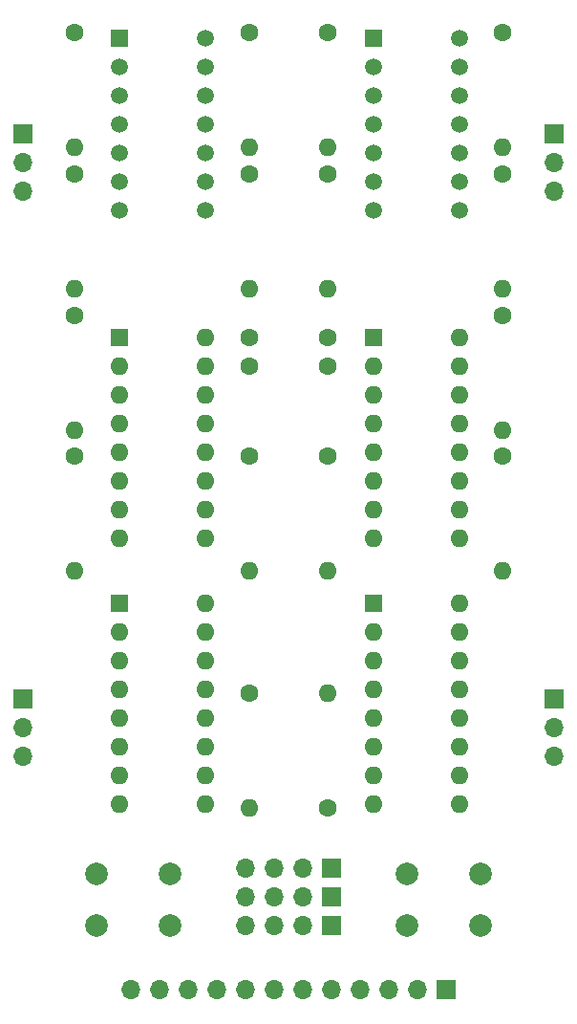
<source format=gts>
G04 #@! TF.GenerationSoftware,KiCad,Pcbnew,6.0.1-79c1e3a40b~116~ubuntu21.04.1*
G04 #@! TF.CreationDate,2022-02-15T17:04:32-05:00*
G04 #@! TF.ProjectId,display_module,64697370-6c61-4795-9f6d-6f64756c652e,rev?*
G04 #@! TF.SameCoordinates,Original*
G04 #@! TF.FileFunction,Soldermask,Top*
G04 #@! TF.FilePolarity,Negative*
%FSLAX46Y46*%
G04 Gerber Fmt 4.6, Leading zero omitted, Abs format (unit mm)*
G04 Created by KiCad (PCBNEW 6.0.1-79c1e3a40b~116~ubuntu21.04.1) date 2022-02-15 17:04:32*
%MOMM*%
%LPD*%
G01*
G04 APERTURE LIST*
%ADD10R,1.700000X1.700000*%
%ADD11O,1.700000X1.700000*%
%ADD12R,1.500000X1.500000*%
%ADD13C,1.500000*%
%ADD14R,1.600000X1.600000*%
%ADD15O,1.600000X1.600000*%
%ADD16C,1.600000*%
%ADD17C,2.000000*%
G04 APERTURE END LIST*
D10*
X119500000Y-56960000D03*
D11*
X119500000Y-59500000D03*
X119500000Y-62040000D03*
D10*
X72500000Y-56960000D03*
D11*
X72500000Y-59500000D03*
X72500000Y-62040000D03*
D10*
X119500000Y-106960000D03*
D11*
X119500000Y-109500000D03*
X119500000Y-112040000D03*
D10*
X109998000Y-132750000D03*
D11*
X107458000Y-132750000D03*
X104918000Y-132750000D03*
X102378000Y-132750000D03*
X99838000Y-132750000D03*
X97298000Y-132750000D03*
X94758000Y-132750000D03*
X92218000Y-132750000D03*
X89678000Y-132750000D03*
X87138000Y-132750000D03*
X84598000Y-132750000D03*
X82058000Y-132750000D03*
D12*
X103500000Y-48500000D03*
D13*
X103500000Y-51040000D03*
X103500000Y-53580000D03*
X103500000Y-56120000D03*
X103500000Y-58660000D03*
X103500000Y-61200000D03*
X103500000Y-63740000D03*
X111120000Y-63740000D03*
X111120000Y-61200000D03*
X111120000Y-58660000D03*
X111120000Y-56120000D03*
X111120000Y-53580000D03*
X111120000Y-51040000D03*
X111120000Y-48500000D03*
D14*
X103500000Y-75000000D03*
D15*
X103500000Y-77540000D03*
X103500000Y-80080000D03*
X103500000Y-82620000D03*
X103500000Y-85160000D03*
X103500000Y-87700000D03*
X103500000Y-90240000D03*
X103500000Y-92780000D03*
X111120000Y-92780000D03*
X111120000Y-90240000D03*
X111120000Y-87700000D03*
X111120000Y-85160000D03*
X111120000Y-82620000D03*
X111120000Y-80080000D03*
X111120000Y-77540000D03*
X111120000Y-75000000D03*
D14*
X103500000Y-98500000D03*
D15*
X103500000Y-101040000D03*
X103500000Y-103580000D03*
X103500000Y-106120000D03*
X103500000Y-108660000D03*
X103500000Y-111200000D03*
X103500000Y-113740000D03*
X103500000Y-116280000D03*
X111120000Y-116280000D03*
X111120000Y-113740000D03*
X111120000Y-111200000D03*
X111120000Y-108660000D03*
X111120000Y-106120000D03*
X111120000Y-103580000D03*
X111120000Y-101040000D03*
X111120000Y-98500000D03*
D16*
X99500000Y-48000000D03*
D15*
X99500000Y-58160000D03*
D16*
X115000000Y-48000000D03*
D15*
X115000000Y-58160000D03*
D16*
X115000000Y-60500000D03*
D15*
X115000000Y-70660000D03*
D16*
X115000000Y-85500000D03*
D15*
X115000000Y-95660000D03*
D16*
X99500000Y-85500000D03*
D15*
X99500000Y-95660000D03*
D16*
X99500000Y-60500000D03*
D15*
X99500000Y-70660000D03*
D16*
X77000000Y-48000000D03*
D15*
X77000000Y-58160000D03*
D16*
X92500000Y-48000000D03*
D15*
X92500000Y-58160000D03*
D16*
X92500000Y-60500000D03*
D15*
X92500000Y-70660000D03*
D16*
X92500000Y-85500000D03*
D15*
X92500000Y-95660000D03*
D16*
X77000000Y-85500000D03*
D15*
X77000000Y-95660000D03*
D16*
X77000000Y-73000000D03*
D15*
X77000000Y-83160000D03*
D16*
X77000000Y-60500000D03*
D15*
X77000000Y-70660000D03*
D17*
X85500000Y-127000000D03*
X79000000Y-127000000D03*
X85500000Y-122500000D03*
X79000000Y-122500000D03*
X113000000Y-127000000D03*
X106500000Y-127000000D03*
X106500000Y-122500000D03*
X113000000Y-122500000D03*
D14*
X81000000Y-75000000D03*
D15*
X81000000Y-77540000D03*
X81000000Y-80080000D03*
X81000000Y-82620000D03*
X81000000Y-85160000D03*
X81000000Y-87700000D03*
X81000000Y-90240000D03*
X81000000Y-92780000D03*
X88620000Y-92780000D03*
X88620000Y-90240000D03*
X88620000Y-87700000D03*
X88620000Y-85160000D03*
X88620000Y-82620000D03*
X88620000Y-80080000D03*
X88620000Y-77540000D03*
X88620000Y-75000000D03*
D14*
X81000000Y-98500000D03*
D15*
X81000000Y-101040000D03*
X81000000Y-103580000D03*
X81000000Y-106120000D03*
X81000000Y-108660000D03*
X81000000Y-111200000D03*
X81000000Y-113740000D03*
X81000000Y-116280000D03*
X88620000Y-116280000D03*
X88620000Y-113740000D03*
X88620000Y-111200000D03*
X88620000Y-108660000D03*
X88620000Y-106120000D03*
X88620000Y-103580000D03*
X88620000Y-101040000D03*
X88620000Y-98500000D03*
D12*
X81000000Y-48500000D03*
D13*
X81000000Y-51040000D03*
X81000000Y-53580000D03*
X81000000Y-56120000D03*
X81000000Y-58660000D03*
X81000000Y-61200000D03*
X81000000Y-63740000D03*
X88620000Y-63740000D03*
X88620000Y-61200000D03*
X88620000Y-58660000D03*
X88620000Y-56120000D03*
X88620000Y-53580000D03*
X88620000Y-51040000D03*
X88620000Y-48500000D03*
D16*
X92500000Y-75000000D03*
X92500000Y-77500000D03*
X99500000Y-75000000D03*
X99500000Y-77500000D03*
D10*
X99823000Y-121980000D03*
D11*
X97283000Y-121980000D03*
X94743000Y-121980000D03*
X92203000Y-121980000D03*
D10*
X99823000Y-124520000D03*
D11*
X97283000Y-124520000D03*
X94743000Y-124520000D03*
X92203000Y-124520000D03*
D10*
X99823000Y-127060000D03*
D11*
X97283000Y-127060000D03*
X94743000Y-127060000D03*
X92203000Y-127060000D03*
D16*
X92500000Y-106500000D03*
D15*
X92500000Y-116660000D03*
D16*
X99500000Y-116660000D03*
D15*
X99500000Y-106500000D03*
D10*
X72500000Y-106960000D03*
D11*
X72500000Y-109500000D03*
X72500000Y-112040000D03*
D16*
X115000000Y-73000000D03*
D15*
X115000000Y-83160000D03*
M02*

</source>
